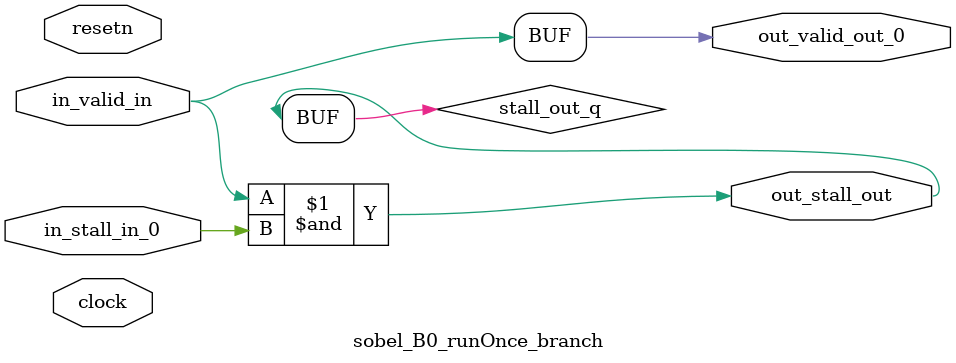
<source format=sv>



(* altera_attribute = "-name AUTO_SHIFT_REGISTER_RECOGNITION OFF; -name MESSAGE_DISABLE 10036; -name MESSAGE_DISABLE 10037; -name MESSAGE_DISABLE 14130; -name MESSAGE_DISABLE 14320; -name MESSAGE_DISABLE 15400; -name MESSAGE_DISABLE 14130; -name MESSAGE_DISABLE 10036; -name MESSAGE_DISABLE 12020; -name MESSAGE_DISABLE 12030; -name MESSAGE_DISABLE 12010; -name MESSAGE_DISABLE 12110; -name MESSAGE_DISABLE 14320; -name MESSAGE_DISABLE 13410; -name MESSAGE_DISABLE 113007; -name MESSAGE_DISABLE 10958" *)
module sobel_B0_runOnce_branch (
    input wire [0:0] in_stall_in_0,
    input wire [0:0] in_valid_in,
    output wire [0:0] out_stall_out,
    output wire [0:0] out_valid_out_0,
    input wire clock,
    input wire resetn
    );

    wire [0:0] stall_out_q;


    // stall_out(LOGICAL,6)
    assign stall_out_q = in_valid_in & in_stall_in_0;

    // out_stall_out(GPOUT,4)
    assign out_stall_out = stall_out_q;

    // out_valid_out_0(GPOUT,5)
    assign out_valid_out_0 = in_valid_in;

endmodule

</source>
